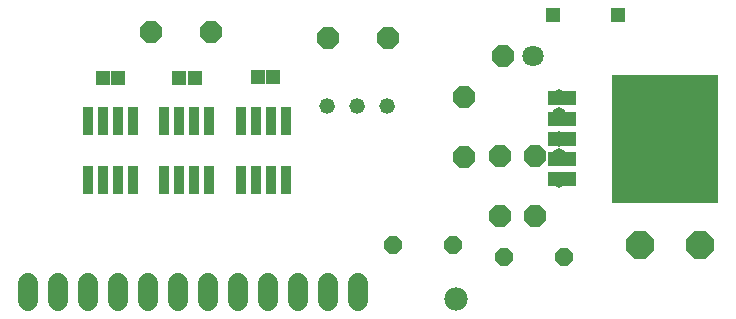
<source format=gts>
G75*
%MOIN*%
%OFA0B0*%
%FSLAX24Y24*%
%IPPOS*%
%LPD*%
%AMOC8*
5,1,8,0,0,1.08239X$1,22.5*
%
%ADD10C,0.0520*%
%ADD11R,0.3580X0.4280*%
%ADD12R,0.0980X0.0500*%
%ADD13C,0.0710*%
%ADD14OC8,0.0710*%
%ADD15OC8,0.0600*%
%ADD16OC8,0.0905*%
%ADD17R,0.0320X0.0980*%
%ADD18C,0.0680*%
%ADD19C,0.0780*%
%ADD20C,0.0516*%
%ADD21R,0.0476X0.0476*%
D10*
X033141Y021287D03*
X034141Y021287D03*
X035141Y021287D03*
D11*
X044417Y020185D03*
D12*
X040967Y020185D03*
X040967Y020855D03*
X040967Y021525D03*
X040967Y019515D03*
X040967Y018845D03*
D13*
X039996Y022941D03*
D14*
X038996Y022941D03*
X037724Y021578D03*
X035181Y023531D03*
X033181Y023531D03*
X029275Y023728D03*
X027275Y023728D03*
X037724Y019578D03*
X038905Y019610D03*
X040086Y019610D03*
X040086Y017610D03*
X038905Y017610D03*
D15*
X037346Y016641D03*
X039047Y016248D03*
X041047Y016248D03*
X035346Y016641D03*
D16*
X043574Y016641D03*
X045574Y016641D03*
D17*
X031781Y018801D03*
X031281Y018801D03*
X030781Y018801D03*
X030281Y018801D03*
X029222Y018801D03*
X028722Y018801D03*
X028222Y018801D03*
X027722Y018801D03*
X026663Y018801D03*
X026163Y018801D03*
X025663Y018801D03*
X025163Y018801D03*
X025163Y020781D03*
X025663Y020781D03*
X026163Y020781D03*
X026663Y020781D03*
X027722Y020781D03*
X028222Y020781D03*
X028722Y020781D03*
X029222Y020781D03*
X030281Y020781D03*
X030781Y020781D03*
X031281Y020781D03*
X031781Y020781D03*
D18*
X023169Y015367D02*
X023169Y014767D01*
X024169Y014767D02*
X024169Y015367D01*
X025169Y015367D02*
X025169Y014767D01*
X026169Y014767D02*
X026169Y015367D01*
X027169Y015367D02*
X027169Y014767D01*
X028169Y014767D02*
X028169Y015367D01*
X029169Y015367D02*
X029169Y014767D01*
X030169Y014767D02*
X030169Y015367D01*
X031169Y015367D02*
X031169Y014767D01*
X032169Y014767D02*
X032169Y015367D01*
X033169Y015367D02*
X033169Y014767D01*
X034169Y014767D02*
X034169Y015367D01*
D19*
X037448Y014830D03*
D20*
X040874Y018807D03*
X040874Y019594D03*
X040874Y020185D03*
X040874Y020972D03*
X040874Y021563D03*
D21*
X040677Y024319D03*
X042842Y024319D03*
X031346Y022232D03*
X030834Y022232D03*
X028748Y022193D03*
X028196Y022193D03*
X026189Y022193D03*
X025677Y022193D03*
M02*

</source>
